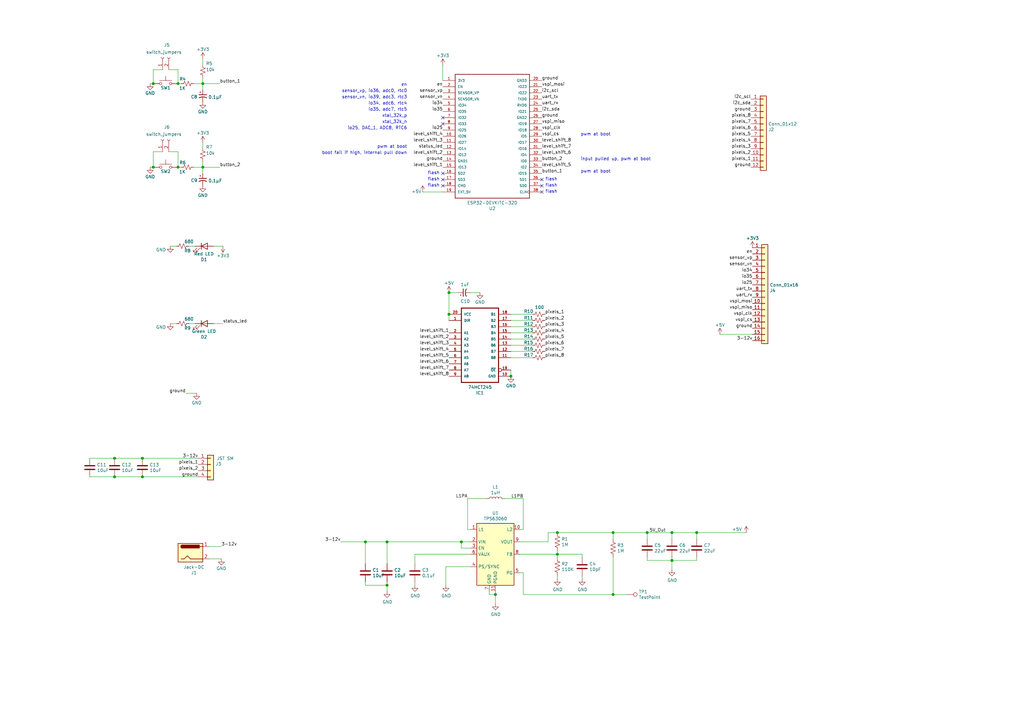
<source format=kicad_sch>
(kicad_sch (version 20201015) (generator eeschema)
  (page 1 1)
  (paper "A3")
  (lib_symbols
    (symbol "Connector:Conn_01x02_Female" (pin_names (offset 1.016) hide)
      (property "Reference" "J" (at 0 2.54 0))
      (property "Value" "Conn_01x02_Female" (at 0 -5.08 0))
      (symbol "Conn_01x02_Female_1_1"
        (pin passive line (at -5.08 0 0) (length 3.81) (name "Pin_1") (number "1"))
        (pin passive line (at -5.08 -2.54 0) (length 3.81) (name "Pin_2") (number "2"))
      )
    )
    (symbol "Connector:Jack-DC" (pin_names (offset 1.016))
      (property "Reference" "J" (at 0 5.334 0))
      (property "Value" "Jack-DC" (at 0 -5.08 0))
      (symbol "Jack-DC_1_1"
        (pin passive line (at 7.62 2.54 180) (length 2.54) (name "~") (number "1"))
        (pin passive line (at 7.62 -2.54 180) (length 2.54) (name "~") (number "2"))
      )
    )
    (symbol "Connector:TestPoint" (pin_numbers hide) (pin_names (offset 0.762) hide)
      (property "Reference" "TP" (at 0 6.858 0))
      (property "Value" "TestPoint" (at 0 5.08 0))
      (symbol "TestPoint_1_1"
        (pin passive line (at 0 0 90) (length 2.54) (name "1") (number "1"))
      )
    )
    (symbol "Connector_Generic:Conn_01x04" (pin_names (offset 1.016) hide)
      (property "Reference" "J" (at 0 5.08 0))
      (property "Value" "Conn_01x04" (at 0 -7.62 0))
      (symbol "Conn_01x04_1_1"
        (pin passive line (at -5.08 2.54 0) (length 3.81) (name "Pin_1") (number "1"))
        (pin passive line (at -5.08 0 0) (length 3.81) (name "Pin_2") (number "2"))
        (pin passive line (at -5.08 -2.54 0) (length 3.81) (name "Pin_3") (number "3"))
        (pin passive line (at -5.08 -5.08 0) (length 3.81) (name "Pin_4") (number "4"))
      )
    )
    (symbol "Connector_Generic:Conn_01x12" (pin_names (offset 1.016) hide)
      (property "Reference" "J" (at 0 15.24 0))
      (property "Value" "Conn_01x12" (at 0 -17.78 0))
      (symbol "Conn_01x12_1_1"
        (pin passive line (at -5.08 12.7 0) (length 3.81) (name "Pin_1") (number "1"))
        (pin passive line (at -5.08 -10.16 0) (length 3.81) (name "Pin_10") (number "10"))
        (pin passive line (at -5.08 -12.7 0) (length 3.81) (name "Pin_11") (number "11"))
        (pin passive line (at -5.08 -15.24 0) (length 3.81) (name "Pin_12") (number "12"))
        (pin passive line (at -5.08 10.16 0) (length 3.81) (name "Pin_2") (number "2"))
        (pin passive line (at -5.08 7.62 0) (length 3.81) (name "Pin_3") (number "3"))
        (pin passive line (at -5.08 5.08 0) (length 3.81) (name "Pin_4") (number "4"))
        (pin passive line (at -5.08 2.54 0) (length 3.81) (name "Pin_5") (number "5"))
        (pin passive line (at -5.08 0 0) (length 3.81) (name "Pin_6") (number "6"))
        (pin passive line (at -5.08 -2.54 0) (length 3.81) (name "Pin_7") (number "7"))
        (pin passive line (at -5.08 -5.08 0) (length 3.81) (name "Pin_8") (number "8"))
        (pin passive line (at -5.08 -7.62 0) (length 3.81) (name "Pin_9") (number "9"))
      )
    )
    (symbol "Connector_Generic:Conn_01x16" (pin_names (offset 1.016) hide)
      (property "Reference" "J" (at 0 20.32 0))
      (property "Value" "Conn_01x16" (at 0 -22.86 0))
      (symbol "Conn_01x16_1_1"
        (pin passive line (at -5.08 17.78 0) (length 3.81) (name "Pin_1") (number "1"))
        (pin passive line (at -5.08 -5.08 0) (length 3.81) (name "Pin_10") (number "10"))
        (pin passive line (at -5.08 -7.62 0) (length 3.81) (name "Pin_11") (number "11"))
        (pin passive line (at -5.08 -10.16 0) (length 3.81) (name "Pin_12") (number "12"))
        (pin passive line (at -5.08 -12.7 0) (length 3.81) (name "Pin_13") (number "13"))
        (pin passive line (at -5.08 -15.24 0) (length 3.81) (name "Pin_14") (number "14"))
        (pin passive line (at -5.08 -17.78 0) (length 3.81) (name "Pin_15") (number "15"))
        (pin passive line (at -5.08 -20.32 0) (length 3.81) (name "Pin_16") (number "16"))
        (pin passive line (at -5.08 15.24 0) (length 3.81) (name "Pin_2") (number "2"))
        (pin passive line (at -5.08 12.7 0) (length 3.81) (name "Pin_3") (number "3"))
        (pin passive line (at -5.08 10.16 0) (length 3.81) (name "Pin_4") (number "4"))
        (pin passive line (at -5.08 7.62 0) (length 3.81) (name "Pin_5") (number "5"))
        (pin passive line (at -5.08 5.08 0) (length 3.81) (name "Pin_6") (number "6"))
        (pin passive line (at -5.08 2.54 0) (length 3.81) (name "Pin_7") (number "7"))
        (pin passive line (at -5.08 0 0) (length 3.81) (name "Pin_8") (number "8"))
        (pin passive line (at -5.08 -2.54 0) (length 3.81) (name "Pin_9") (number "9"))
      )
    )
    (symbol "Device:C" (pin_numbers hide) (pin_names (offset 0.254))
      (property "Reference" "C" (at 0.635 2.54 0))
      (property "Value" "C" (at 0.635 -2.54 0))
      (symbol "C_1_1"
        (pin passive line (at 0 3.81 270) (length 2.794) (name "~") (number "1"))
        (pin passive line (at 0 -3.81 90) (length 2.794) (name "~") (number "2"))
      )
    )
    (symbol "Device:CP1_Small" (pin_numbers hide) (pin_names (offset 0.254) hide)
      (property "Reference" "C" (at 0.254 1.778 0))
      (property "Value" "CP1_Small" (at 0.254 -2.032 0))
      (symbol "CP1_Small_1_1"
        (pin passive line (at 0 2.54 270) (length 2.032) (name "~") (number "1"))
        (pin passive line (at 0 -2.54 90) (length 2.032) (name "~") (number "2"))
      )
    )
    (symbol "Device:L" (pin_numbers hide) (pin_names (offset 1.016) hide)
      (property "Reference" "L" (at -1.27 0 90))
      (property "Value" "L" (at 1.905 0 90))
      (symbol "L_1_1"
        (pin passive line (at 0 3.81 270) (length 1.27) (name "1") (number "1"))
        (pin passive line (at 0 -3.81 90) (length 1.27) (name "2") (number "2"))
      )
    )
    (symbol "Device:LED" (pin_numbers hide) (pin_names (offset 1.016) hide)
      (property "Reference" "D" (at 0 2.54 0))
      (property "Value" "LED" (at 0 -2.54 0))
      (symbol "LED_1_1"
        (pin passive line (at -3.81 0 0) (length 2.54) (name "K") (number "1"))
        (pin passive line (at 3.81 0 180) (length 2.54) (name "A") (number "2"))
      )
    )
    (symbol "Device:R_Small_US" (pin_numbers hide) (pin_names (offset 0.254) hide)
      (property "Reference" "R" (at 0.762 0.508 0))
      (property "Value" "R_Small_US" (at 0.762 -1.016 0))
      (symbol "R_Small_US_1_1"
        (pin passive line (at 0 2.54 270) (length 1.016) (name "~") (number "1"))
        (pin passive line (at 0 -2.54 90) (length 1.016) (name "~") (number "2"))
      )
    )
    (symbol "Device:R_US" (pin_numbers hide) (pin_names (offset 0))
      (property "Reference" "R" (at 2.54 0 90))
      (property "Value" "R_US" (at -2.54 0 90))
      (symbol "R_US_1_1"
        (pin passive line (at 0 3.81 270) (length 1.27) (name "~") (number "1"))
        (pin passive line (at 0 -3.81 90) (length 1.27) (name "~") (number "2"))
      )
    )
    (symbol "Regulator_Switching:TPS63060"
      (property "Reference" "U" (at -7.62 13.97 0))
      (property "Value" "TPS63060" (at 2.54 13.97 0))
      (symbol "TPS63060_1_1"
        (pin input line (at -10.16 10.16 0) (length 2.54) (name "L1") (number "1"))
        (pin input line (at 10.16 10.16 180) (length 2.54) (name "L2") (number "10"))
        (pin power_in line (at 0 -15.24 90) (length 2.54) (name "PGND") (number "11"))
        (pin power_in line (at -10.16 5.08 0) (length 2.54) (name "VIN") (number "2"))
        (pin input line (at -10.16 2.54 0) (length 2.54) (name "EN") (number "3"))
        (pin input line (at -10.16 -5.08 0) (length 2.54) (name "PS/SYNC") (number "4"))
        (pin output line (at 10.16 -7.62 180) (length 2.54) (name "PG") (number "5"))
        (pin passive line (at -10.16 0 0) (length 2.54) (name "VAUX") (number "6"))
        (pin power_in line (at -2.54 -15.24 90) (length 2.54) (name "GND") (number "7"))
        (pin input line (at 10.16 0 180) (length 2.54) (name "FB") (number "8"))
        (pin power_out line (at 10.16 5.08 180) (length 2.54) (name "VOUT") (number "9"))
      )
    )
    (symbol "Switch:SW_MEC_5G" (pin_numbers hide) (pin_names (offset 1.016) hide)
      (property "Reference" "SW" (at 1.27 2.54 0))
      (property "Value" "SW_MEC_5G" (at 0 -1.524 0))
      (symbol "SW_MEC_5G_0_1"
        (pin passive line (at -5.08 0 0) (length 2.54) (name "A") (number "1"))
        (pin passive line (at 5.08 0 180) (length 2.54) (name "B") (number "3"))
      )
      (symbol "SW_MEC_5G_1_1"
        (pin passive line (at -5.08 0 0) (length 2.54) hide (name "A") (number "2"))
        (pin passive line (at 5.08 0 180) (length 2.54) hide (name "B") (number "4"))
      )
    )
    (symbol "power:+3.3V" (power) (pin_names (offset 0))
      (property "Value" "+3.3V" (at 0 3.556 0))
      (symbol "+3.3V_1_1"
        (pin power_in line (at 0 0 90) (length 0) hide (name "+3V3") (number "1"))
      )
    )
    (symbol "power:+5V" (power) (pin_names (offset 0))
      (property "Value" "+5V" (at 0 3.556 0))
      (symbol "+5V_1_1"
        (pin power_in line (at 0 0 90) (length 0) hide (name "+5V") (number "1"))
      )
    )
    (symbol "power:GND" (power) (pin_names (offset 0))
      (property "Value" "GND" (at 0 -3.81 0))
      (symbol "GND_1_1"
        (pin power_in line (at 0 0 270) (length 0) hide (name "GND") (number "1"))
      )
    )
    (symbol "signal-board-rescue:74HCT245-74HCT245-signal-board-rescue" (pin_names (offset 1.016))
      (property "Reference" "IC" (at -7.62 15.748 0))
      (property "Value" "74HCT245-74HCT245-signal-board-rescue" (at -7.62 -17.78 0))
      (symbol "74HCT245-74HCT245-signal-board-rescue_0_0"
        (pin input line (at -12.7 10.16 0) (length 5.08) (name "DIR") (number "1"))
        (pin power_in line (at 12.7 -12.7 180) (length 5.08) (name "GND") (number "10"))
        (pin bidirectional line (at 12.7 -5.08 180) (length 5.08) (name "B8") (number "11"))
        (pin bidirectional line (at 12.7 -2.54 180) (length 5.08) (name "B7") (number "12"))
        (pin bidirectional line (at 12.7 0 180) (length 5.08) (name "B6") (number "13"))
        (pin bidirectional line (at 12.7 2.54 180) (length 5.08) (name "B5") (number "14"))
        (pin bidirectional line (at 12.7 5.08 180) (length 5.08) (name "B4") (number "15"))
        (pin bidirectional line (at 12.7 7.62 180) (length 5.08) (name "B3") (number "16"))
        (pin bidirectional line (at 12.7 10.16 180) (length 5.08) (name "B2") (number "17"))
        (pin bidirectional line (at 12.7 12.7 180) (length 5.08) (name "B1") (number "18"))
        (pin input inverted (at 12.7 -10.16 180) (length 5.08) (name "~OE~") (number "19"))
        (pin bidirectional line (at -12.7 5.08 0) (length 5.08) (name "A1") (number "2"))
        (pin power_in line (at -12.7 12.7 0) (length 5.08) (name "VCC") (number "20"))
        (pin bidirectional line (at -12.7 2.54 0) (length 5.08) (name "A2") (number "3"))
        (pin bidirectional line (at -12.7 0 0) (length 5.08) (name "A3") (number "4"))
        (pin bidirectional line (at -12.7 -2.54 0) (length 5.08) (name "A4") (number "5"))
        (pin bidirectional line (at -12.7 -5.08 0) (length 5.08) (name "A5") (number "6"))
        (pin bidirectional line (at -12.7 -7.62 0) (length 5.08) (name "A6") (number "7"))
        (pin bidirectional line (at -12.7 -10.16 0) (length 5.08) (name "A7") (number "8"))
        (pin bidirectional line (at -12.7 -12.7 0) (length 5.08) (name "A8") (number "9"))
      )
    )
    (symbol "signal-board-rescue:ESP32-DEVKITC-32D-ESP32-DEVKITC-32D" (pin_names (offset 1.016))
      (property "Reference" "U" (at -15.2654 26.0604 0))
      (property "Value" "ESP32-DEVKITC-32D-ESP32-DEVKITC-32D" (at -15.2654 -27.9654 0))
      (symbol "ESP32-DEVKITC-32D-ESP32-DEVKITC-32D_0_0"
        (pin power_in line (at -20.32 22.86 0) (length 5.08) (name "3V3") (number "1"))
        (pin bidirectional line (at -20.32 0 0) (length 5.08) (name "IO26") (number "10"))
        (pin bidirectional line (at -20.32 -2.54 0) (length 5.08) (name "IO27") (number "11"))
        (pin bidirectional line (at -20.32 -5.08 0) (length 5.08) (name "IO14") (number "12"))
        (pin bidirectional line (at -20.32 -7.62 0) (length 5.08) (name "IO12") (number "13"))
        (pin power_in line (at -20.32 -10.16 0) (length 5.08) (name "GND1") (number "14"))
        (pin bidirectional line (at -20.32 -12.7 0) (length 5.08) (name "IO13") (number "15"))
        (pin bidirectional line (at -20.32 -15.24 0) (length 5.08) (name "SD2") (number "16"))
        (pin bidirectional line (at -20.32 -17.78 0) (length 5.08) (name "SD3") (number "17"))
        (pin bidirectional line (at -20.32 -20.32 0) (length 5.08) (name "CMD") (number "18"))
        (pin power_in line (at -20.32 -22.86 0) (length 5.08) (name "EXT_5V") (number "19"))
        (pin input line (at -20.32 20.32 0) (length 5.08) (name "EN") (number "2"))
        (pin power_in line (at 20.32 22.86 180) (length 5.08) (name "GND3") (number "20"))
        (pin bidirectional line (at 20.32 20.32 180) (length 5.08) (name "IO23") (number "21"))
        (pin bidirectional line (at 20.32 17.78 180) (length 5.08) (name "IO22") (number "22"))
        (pin output line (at 20.32 15.24 180) (length 5.08) (name "TXD0") (number "23"))
        (pin input line (at 20.32 12.7 180) (length 5.08) (name "RXD0") (number "24"))
        (pin bidirectional line (at 20.32 10.16 180) (length 5.08) (name "IO21") (number "25"))
        (pin power_in line (at 20.32 7.62 180) (length 5.08) (name "GND2") (number "26"))
        (pin bidirectional line (at 20.32 5.08 180) (length 5.08) (name "IO19") (number "27"))
        (pin bidirectional line (at 20.32 2.54 180) (length 5.08) (name "IO18") (number "28"))
        (pin bidirectional line (at 20.32 0 180) (length 5.08) (name "IO5") (number "29"))
        (pin input line (at -20.32 17.78 0) (length 5.08) (name "SENSOR_VP") (number "3"))
        (pin bidirectional line (at 20.32 -2.54 180) (length 5.08) (name "IO17") (number "30"))
        (pin bidirectional line (at 20.32 -5.08 180) (length 5.08) (name "IO16") (number "31"))
        (pin bidirectional line (at 20.32 -7.62 180) (length 5.08) (name "IO4") (number "32"))
        (pin bidirectional line (at 20.32 -10.16 180) (length 5.08) (name "IO0") (number "33"))
        (pin bidirectional line (at 20.32 -12.7 180) (length 5.08) (name "IO2") (number "34"))
        (pin bidirectional line (at 20.32 -15.24 180) (length 5.08) (name "IO15") (number "35"))
        (pin bidirectional line (at 20.32 -17.78 180) (length 5.08) (name "SD1") (number "36"))
        (pin bidirectional line (at 20.32 -20.32 180) (length 5.08) (name "SD0") (number "37"))
        (pin input clock (at 20.32 -22.86 180) (length 5.08) (name "CLK") (number "38"))
        (pin input line (at -20.32 15.24 0) (length 5.08) (name "SENSOR_VN") (number "4"))
        (pin bidirectional line (at -20.32 12.7 0) (length 5.08) (name "IO34") (number "5"))
        (pin bidirectional line (at -20.32 10.16 0) (length 5.08) (name "IO35") (number "6"))
        (pin bidirectional line (at -20.32 7.62 0) (length 5.08) (name "IO32") (number "7"))
        (pin bidirectional line (at -20.32 5.08 0) (length 5.08) (name "IO33") (number "8"))
        (pin bidirectional line (at -20.32 2.54 0) (length 5.08) (name "IO25") (number "9"))
      )
    )
  )
  (junction (at 46.99 187.96) (diameter 1.016))
  (junction (at 46.99 195.58) (diameter 1.016))
  (junction (at 58.42 187.96) (diameter 1.016))
  (junction (at 58.42 195.58) (diameter 1.016))
  (junction (at 62.865 34.29) (diameter 1.016))
  (junction (at 62.865 68.58) (diameter 1.016))
  (junction (at 73.025 34.29) (diameter 1.016))
  (junction (at 73.025 68.58) (diameter 1.016))
  (junction (at 83.185 34.29) (diameter 1.016))
  (junction (at 83.185 68.58) (diameter 1.016))
  (junction (at 149.86 222.25) (diameter 1.016))
  (junction (at 158.75 222.25) (diameter 1.016))
  (junction (at 158.75 240.03) (diameter 1.016))
  (junction (at 184.15 120.015) (diameter 1.016))
  (junction (at 184.15 128.905) (diameter 1.016))
  (junction (at 189.23 222.25) (diameter 1.016))
  (junction (at 203.2 243.84) (diameter 1.016))
  (junction (at 209.55 154.305) (diameter 1.016))
  (junction (at 228.6 218.44) (diameter 1.016))
  (junction (at 228.6 227.33) (diameter 1.016))
  (junction (at 251.46 218.44) (diameter 1.016))
  (junction (at 251.46 243.84) (diameter 1.016))
  (junction (at 265.43 218.44) (diameter 1.016))
  (junction (at 275.59 218.44) (diameter 1.016))
  (junction (at 275.59 229.87) (diameter 1.016))
  (junction (at 285.75 218.44) (diameter 1.016))
  (no_connect (at 181.61 48.26))
  (no_connect (at 181.61 76.2))
  (no_connect (at 222.25 76.2))
  (no_connect (at 181.61 73.66))
  (no_connect (at 181.61 71.12))
  (no_connect (at 222.25 78.74))
  (no_connect (at 181.61 50.8))
  (no_connect (at 222.25 73.66))
  (wire (pts (xy 36.83 187.96) (xy 46.99 187.96)))
  (wire (pts (xy 36.83 195.58) (xy 46.99 195.58)))
  (wire (pts (xy 46.99 187.96) (xy 58.42 187.96)))
  (wire (pts (xy 46.99 195.58) (xy 58.42 195.58)))
  (wire (pts (xy 58.42 187.96) (xy 81.28 187.96)))
  (wire (pts (xy 58.42 195.58) (xy 81.28 195.58)))
  (wire (pts (xy 61.595 34.29) (xy 62.865 34.29)))
  (wire (pts (xy 61.595 68.58) (xy 62.865 68.58)))
  (wire (pts (xy 62.865 28.575) (xy 66.675 28.575)))
  (wire (pts (xy 62.865 34.29) (xy 62.865 28.575)))
  (wire (pts (xy 62.865 62.23) (xy 66.675 62.23)))
  (wire (pts (xy 62.865 68.58) (xy 62.865 62.23)))
  (wire (pts (xy 69.215 28.575) (xy 73.025 28.575)))
  (wire (pts (xy 69.215 62.23) (xy 73.025 62.23)))
  (wire (pts (xy 69.85 100.965) (xy 72.39 100.965)))
  (wire (pts (xy 69.85 132.715) (xy 72.39 132.715)))
  (wire (pts (xy 73.025 28.575) (xy 73.025 34.29)))
  (wire (pts (xy 73.025 34.29) (xy 74.295 34.29)))
  (wire (pts (xy 73.025 62.23) (xy 73.025 68.58)))
  (wire (pts (xy 73.025 68.58) (xy 74.295 68.58)))
  (wire (pts (xy 76.2 161.29) (xy 80.645 161.29)))
  (wire (pts (xy 77.47 100.965) (xy 80.01 100.965)))
  (wire (pts (xy 77.47 132.715) (xy 80.01 132.715)))
  (wire (pts (xy 79.375 34.29) (xy 83.185 34.29)))
  (wire (pts (xy 79.375 68.58) (xy 83.185 68.58)))
  (wire (pts (xy 83.185 24.13) (xy 83.185 26.67)))
  (wire (pts (xy 83.185 31.75) (xy 83.185 34.29)))
  (wire (pts (xy 83.185 34.29) (xy 83.185 36.83)))
  (wire (pts (xy 83.185 34.29) (xy 90.17 34.29)))
  (wire (pts (xy 83.185 58.42) (xy 83.185 60.96)))
  (wire (pts (xy 83.185 66.04) (xy 83.185 68.58)))
  (wire (pts (xy 83.185 68.58) (xy 83.185 71.12)))
  (wire (pts (xy 83.185 68.58) (xy 90.17 68.58)))
  (wire (pts (xy 85.725 224.155) (xy 90.805 224.155)))
  (wire (pts (xy 85.725 229.235) (xy 90.805 229.235)))
  (wire (pts (xy 87.63 100.965) (xy 91.44 100.965)))
  (wire (pts (xy 87.63 132.715) (xy 91.44 132.715)))
  (wire (pts (xy 139.7 222.25) (xy 149.86 222.25)))
  (wire (pts (xy 149.86 222.25) (xy 149.86 231.14)))
  (wire (pts (xy 149.86 238.76) (xy 149.86 240.03)))
  (wire (pts (xy 149.86 240.03) (xy 158.75 240.03)))
  (wire (pts (xy 158.75 222.25) (xy 149.86 222.25)))
  (wire (pts (xy 158.75 222.25) (xy 158.75 231.14)))
  (wire (pts (xy 158.75 238.76) (xy 158.75 240.03)))
  (wire (pts (xy 158.75 240.03) (xy 158.75 242.57)))
  (wire (pts (xy 170.18 227.33) (xy 170.18 231.14)))
  (wire (pts (xy 170.18 238.76) (xy 170.18 240.03)))
  (wire (pts (xy 173.355 78.74) (xy 181.61 78.74)))
  (wire (pts (xy 181.61 26.67) (xy 181.61 33.02)))
  (wire (pts (xy 182.88 232.41) (xy 182.88 240.03)))
  (wire (pts (xy 184.15 120.015) (xy 184.15 128.905)))
  (wire (pts (xy 184.15 120.015) (xy 187.96 120.015)))
  (wire (pts (xy 184.15 128.905) (xy 184.15 131.445)))
  (wire (pts (xy 189.23 222.25) (xy 158.75 222.25)))
  (wire (pts (xy 189.23 224.79) (xy 189.23 222.25)))
  (wire (pts (xy 191.77 204.47) (xy 191.77 217.17)))
  (wire (pts (xy 191.77 217.17) (xy 193.04 217.17)))
  (wire (pts (xy 193.04 120.015) (xy 196.85 120.015)))
  (wire (pts (xy 193.04 222.25) (xy 189.23 222.25)))
  (wire (pts (xy 193.04 224.79) (xy 189.23 224.79)))
  (wire (pts (xy 193.04 227.33) (xy 170.18 227.33)))
  (wire (pts (xy 193.04 232.41) (xy 182.88 232.41)))
  (wire (pts (xy 199.39 204.47) (xy 191.77 204.47)))
  (wire (pts (xy 200.66 242.57) (xy 200.66 243.84)))
  (wire (pts (xy 200.66 243.84) (xy 203.2 243.84)))
  (wire (pts (xy 203.2 242.57) (xy 203.2 243.84)))
  (wire (pts (xy 203.2 243.84) (xy 203.2 247.65)))
  (wire (pts (xy 207.01 204.47) (xy 214.63 204.47)))
  (wire (pts (xy 209.55 128.905) (xy 218.44 128.905)))
  (wire (pts (xy 209.55 131.445) (xy 218.44 131.445)))
  (wire (pts (xy 209.55 133.985) (xy 218.44 133.985)))
  (wire (pts (xy 209.55 136.525) (xy 218.44 136.525)))
  (wire (pts (xy 209.55 139.065) (xy 218.44 139.065)))
  (wire (pts (xy 209.55 141.605) (xy 218.44 141.605)))
  (wire (pts (xy 209.55 144.145) (xy 218.44 144.145)))
  (wire (pts (xy 209.55 146.685) (xy 218.44 146.685)))
  (wire (pts (xy 209.55 151.765) (xy 209.55 154.305)))
  (wire (pts (xy 213.36 217.17) (xy 214.63 217.17)))
  (wire (pts (xy 213.36 222.25) (xy 224.79 222.25)))
  (wire (pts (xy 213.36 227.33) (xy 228.6 227.33)))
  (wire (pts (xy 214.63 217.17) (xy 214.63 204.47)))
  (wire (pts (xy 214.63 234.95) (xy 213.36 234.95)))
  (wire (pts (xy 214.63 243.84) (xy 214.63 234.95)))
  (wire (pts (xy 224.79 218.44) (xy 228.6 218.44)))
  (wire (pts (xy 224.79 222.25) (xy 224.79 218.44)))
  (wire (pts (xy 228.6 218.44) (xy 251.46 218.44)))
  (wire (pts (xy 228.6 226.06) (xy 228.6 227.33)))
  (wire (pts (xy 228.6 227.33) (xy 228.6 228.6)))
  (wire (pts (xy 228.6 227.33) (xy 238.76 227.33)))
  (wire (pts (xy 228.6 236.22) (xy 228.6 237.49)))
  (wire (pts (xy 238.76 227.33) (xy 238.76 228.6)))
  (wire (pts (xy 238.76 236.22) (xy 238.76 237.49)))
  (wire (pts (xy 251.46 218.44) (xy 251.46 220.98)))
  (wire (pts (xy 251.46 218.44) (xy 265.43 218.44)))
  (wire (pts (xy 251.46 228.6) (xy 251.46 243.84)))
  (wire (pts (xy 251.46 243.84) (xy 214.63 243.84)))
  (wire (pts (xy 251.46 243.84) (xy 257.2512 243.84)))
  (wire (pts (xy 265.43 218.44) (xy 275.59 218.44)))
  (wire (pts (xy 265.43 220.98) (xy 265.43 218.44)))
  (wire (pts (xy 265.43 229.87) (xy 265.43 228.6)))
  (wire (pts (xy 275.59 218.44) (xy 275.59 220.98)))
  (wire (pts (xy 275.59 218.44) (xy 285.75 218.44)))
  (wire (pts (xy 275.59 228.6) (xy 275.59 229.87)))
  (wire (pts (xy 275.59 229.87) (xy 265.43 229.87)))
  (wire (pts (xy 275.59 229.87) (xy 275.59 233.68)))
  (wire (pts (xy 285.75 218.44) (xy 285.75 220.98)))
  (wire (pts (xy 285.75 218.44) (xy 306.07 218.44)))
  (wire (pts (xy 285.75 228.6) (xy 285.75 229.87)))
  (wire (pts (xy 285.75 229.87) (xy 275.59 229.87)))
  (wire (pts (xy 295.275 137.16) (xy 308.61 137.16)))
  (text "en" (at 167.005 35.56 180) (effects (font (size 1.27 1.27)) (justify right bottom)))
  (text "sensor_vp, io36, adc0, rtc0" (at 167.005 38.1 180) (effects (font (size 1.27 1.27)) (justify right bottom)))
  (text "sensor_vn, io39, adc3, rtc3" (at 167.005 40.64 180) (effects (font (size 1.27 1.27)) (justify right bottom)))
  (text "io34, adc6, rtc4" (at 167.005 43.18 180) (effects (font (size 1.27 1.27)) (justify right bottom)))
  (text "io35, adc7, rtc5" (at 167.005 45.72 180) (effects (font (size 1.27 1.27)) (justify right bottom)))
  (text "xtal_32k_p" (at 167.005 48.26 180) (effects (font (size 1.27 1.27)) (justify right bottom)))
  (text "xtal_32k_n" (at 167.005 50.8 180) (effects (font (size 1.27 1.27)) (justify right bottom)))
  (text "io25, DAC_1, ADC8, RTC6" (at 167.005 53.34 180) (effects (font (size 1.27 1.27)) (justify right bottom)))
  (text "pwm at boot" (at 167.005 60.96 180) (effects (font (size 1.27 1.27)) (justify right bottom)))
  (text "boot fail if high, internal pull down" (at 167.005 63.5 180) (effects (font (size 1.27 1.27)) (justify right bottom)))
  (text "flash\n" (at 180.34 71.755 180) (effects (font (size 1.27 1.27)) (justify right bottom)))
  (text "flash\n" (at 180.34 74.295 180) (effects (font (size 1.27 1.27)) (justify right bottom)))
  (text "flash\n" (at 180.34 76.835 180) (effects (font (size 1.27 1.27)) (justify right bottom)))
  (text "flash\n" (at 228.6 74.295 180) (effects (font (size 1.27 1.27)) (justify right bottom)))
  (text "flash\n" (at 228.6 76.835 180) (effects (font (size 1.27 1.27)) (justify right bottom)))
  (text "flash\n" (at 228.6 79.375 180) (effects (font (size 1.27 1.27)) (justify right bottom)))
  (text "pwm at boot" (at 238.125 55.88 0) (effects (font (size 1.27 1.27)) (justify left bottom)))
  (text "input pulled up, pwm at boot" (at 238.125 66.04 0) (effects (font (size 1.27 1.27)) (justify left bottom)))
  (text "pwm at boot" (at 238.125 71.12 0) (effects (font (size 1.27 1.27)) (justify left bottom)))
  (label "ground" (at 76.2 161.29 180))
  (label "3-12v" (at 81.28 187.96 180))
  (label "pixels_1" (at 81.28 190.5 180))
  (label "pixels_2" (at 81.28 193.04 180))
  (label "ground" (at 81.28 195.58 180))
  (label "button_1" (at 90.17 34.29 0))
  (label "button_2" (at 90.17 68.58 0))
  (label "3-12v" (at 90.805 224.155 0))
  (label "status_led" (at 91.44 132.715 0))
  (label "3-12v" (at 139.7 222.25 180))
  (label "en" (at 181.61 35.56 180))
  (label "sensor_vp" (at 181.61 38.1 180))
  (label "sensor_vn" (at 181.61 40.64 180))
  (label "io34" (at 181.61 43.18 180))
  (label "io35" (at 181.61 45.72 180))
  (label "io25" (at 181.61 53.34 180))
  (label "level_shift_4" (at 181.61 55.88 180))
  (label "level_shift_3" (at 181.61 58.42 180))
  (label "status_led" (at 181.61 60.96 180))
  (label "level_shift_2" (at 181.61 63.5 180))
  (label "ground" (at 181.61 66.04 180))
  (label "level_shift_1" (at 181.61 68.58 180))
  (label "level_shift_1" (at 184.15 136.525 180))
  (label "level_shift_2" (at 184.15 139.065 180))
  (label "level_shift_3" (at 184.15 141.605 180))
  (label "level_shift_4" (at 184.15 144.145 180))
  (label "level_shift_5" (at 184.15 146.685 180))
  (label "level_shift_6" (at 184.15 149.225 180))
  (label "level_shift_7" (at 184.15 151.765 180))
  (label "level_shift_8" (at 184.15 154.305 180))
  (label "L1PA" (at 191.77 204.47 180))
  (label "L1PB" (at 214.63 204.47 180))
  (label "ground" (at 222.25 33.02 0))
  (label "vspi_mosi" (at 222.25 35.56 0))
  (label "i2c_scl" (at 222.25 38.1 0))
  (label "uart_tx" (at 222.25 40.64 0))
  (label "uart_rx" (at 222.25 43.18 0))
  (label "i2c_sda" (at 222.25 45.72 0))
  (label "ground" (at 222.25 48.26 0))
  (label "vspi_miso" (at 222.25 50.8 0))
  (label "vspi_clk" (at 222.25 53.34 0))
  (label "vspi_cs" (at 222.25 55.88 0))
  (label "level_shift_8" (at 222.25 58.42 0))
  (label "level_shift_7" (at 222.25 60.96 0))
  (label "level_shift_6" (at 222.25 63.5 0))
  (label "button_2" (at 222.25 66.04 0))
  (label "level_shift_5" (at 222.25 68.58 0))
  (label "button_1" (at 222.25 71.12 0))
  (label "pixels_1" (at 223.52 128.905 0))
  (label "pixels_2" (at 223.52 131.445 0))
  (label "pixels_3" (at 223.52 133.985 0))
  (label "pixels_4" (at 223.52 136.525 0))
  (label "pixels_5" (at 223.52 139.065 0))
  (label "pixels_6" (at 223.52 141.605 0))
  (label "pixels_7" (at 223.52 144.145 0))
  (label "pixels_8" (at 223.52 146.685 0))
  (label "5V_Out" (at 273.05 218.44 180))
  (label "i2c_scl" (at 307.975 40.64 180))
  (label "i2c_sda" (at 307.975 43.18 180))
  (label "ground" (at 307.975 45.72 180))
  (label "pixels_8" (at 307.975 48.26 180))
  (label "pixels_7" (at 307.975 50.8 180))
  (label "pixels_6" (at 307.975 53.34 180))
  (label "pixels_5" (at 307.975 55.88 180))
  (label "pixels_4" (at 307.975 58.42 180))
  (label "pixels_3" (at 307.975 60.96 180))
  (label "pixels_2" (at 307.975 63.5 180))
  (label "pixels_1" (at 307.975 66.04 180))
  (label "ground" (at 307.975 68.58 180))
  (label "en" (at 308.61 104.14 180))
  (label "sensor_vp" (at 308.61 106.68 180))
  (label "sensor_vn" (at 308.61 109.22 180))
  (label "io34" (at 308.61 111.76 180))
  (label "io35" (at 308.61 114.3 180))
  (label "io25" (at 308.61 116.84 180))
  (label "uart_tx" (at 308.61 119.38 180))
  (label "uart_rx" (at 308.61 121.92 180))
  (label "vspi_mosi" (at 308.61 124.46 180))
  (label "vspi_miso" (at 308.61 127 180))
  (label "vspi_clk" (at 308.61 129.54 180))
  (label "vspi_cs" (at 308.61 132.08 180))
  (label "ground" (at 308.61 134.62 180))
  (label "3-12v" (at 308.61 139.7 180))
  (symbol (lib_id "Connector:TestPoint") (at 257.2512 243.84 270) (unit 1)
    (property "Reference" "TP1" (at 261.9502 242.697 90) (effects (justify left)))
    (property "Value" "TestPoint" (at 261.9502 244.983 90) (effects (justify left)))
    (property "Footprint" "TestPoint:TestPoint_Pad_D1.0mm" (effects hide))
  )
  (symbol (lib_id "power:+3.3V") (at 83.185 24.13 0) (unit 1)
    (property "Reference" "#PWR0102" (effects hide))
    (property "Value" "+3.3V" (at 83.185 20.2438 0))
  )
  (symbol (lib_id "power:+3.3V") (at 83.185 58.42 0) (unit 1)
    (property "Reference" "#PWR0103" (effects hide))
    (property "Value" "+3.3V" (at 83.185 54.5338 0))
  )
  (symbol (lib_id "power:+3.3V") (at 91.44 100.965 180) (unit 1)
    (property "Reference" "#PWR03" (effects hide))
    (property "Value" "+3.3V" (at 91.44 104.8512 0))
  )
  (symbol (lib_id "power:+5V") (at 173.355 78.74 0) (unit 1)
    (property "Reference" "#PWR017" (effects hide))
    (property "Value" "+5V" (at 170.815 78.5368 0))
  )
  (symbol (lib_id "power:+3.3V") (at 181.61 26.67 0) (unit 1)
    (property "Reference" "#PWR019" (effects hide))
    (property "Value" "+3.3V" (at 181.61 22.7838 0))
  )
  (symbol (lib_id "power:+5V") (at 184.15 120.015 0) (unit 1)
    (property "Reference" "#PWR028" (effects hide))
    (property "Value" "+5V" (at 184.15 116.1034 0))
  )
  (symbol (lib_id "power:+5V") (at 295.275 137.16 0) (unit 1)
    (property "Reference" "#PWR0105" (effects hide))
    (property "Value" "+5V" (at 295.275 133.2484 0))
  )
  (symbol (lib_id "power:+5V") (at 306.07 218.44 0) (unit 1)
    (property "Reference" "#PWR035" (effects hide))
    (property "Value" "+5V" (at 302.26 217.0684 0))
  )
  (symbol (lib_id "power:+3.3V") (at 308.61 101.6 0) (unit 1)
    (property "Reference" "#PWR0101" (effects hide))
    (property "Value" "+3.3V" (at 308.61 97.7138 0))
  )
  (symbol (lib_id "Device:L") (at 203.2 204.47 90) (unit 1)
    (property "Reference" "L1" (at 203.2 199.7456 90))
    (property "Value" "1uH" (at 203.2 202.057 90))
    (property "Footprint" "Inductor_SMD:L_Taiyo-Yuden_NR-40xx_HandSoldering" (effects hide))
    (property "Supplier" "DigiKey" (effects hide))
    (property "DigiKeyPN" "587-2888-1-ND" (effects hide))
    (property "DigiKey100" "0.179" (effects hide))
    (property "Mouser100" "0.171" (effects hide))
    (property "MouserPN" "963-NRS4018T1R0NDGJ" (effects hide))
  )
  (symbol (lib_id "power:GND") (at 61.595 34.29 0) (unit 1)
    (property "Reference" "#PWR06" (effects hide))
    (property "Value" "GND" (at 61.595 38.2016 0))
  )
  (symbol (lib_id "power:GND") (at 61.595 68.58 0) (unit 1)
    (property "Reference" "#PWR05" (effects hide))
    (property "Value" "GND" (at 61.595 72.4916 0))
  )
  (symbol (lib_id "power:GND") (at 69.85 100.965 0) (unit 1)
    (property "Reference" "#PWR01" (effects hide))
    (property "Value" "GND" (at 66.04 102.4382 0))
  )
  (symbol (lib_id "power:GND") (at 69.85 132.715 0) (unit 1)
    (property "Reference" "#PWR0104" (effects hide))
    (property "Value" "GND" (at 66.04 134.1882 0))
  )
  (symbol (lib_id "power:GND") (at 80.645 161.29 0) (unit 1)
    (property "Reference" "#PWR027" (effects hide))
    (property "Value" "GND" (at 80.645 165.2016 0))
  )
  (symbol (lib_id "power:GND") (at 83.185 41.91 0) (unit 1)
    (property "Reference" "#PWR014" (effects hide))
    (property "Value" "GND" (at 83.185 45.8216 0))
  )
  (symbol (lib_id "power:GND") (at 83.185 76.2 0) (unit 1)
    (property "Reference" "#PWR011" (effects hide))
    (property "Value" "GND" (at 83.185 80.1116 0))
  )
  (symbol (lib_id "power:GND") (at 90.805 229.235 0) (unit 1)
    (property "Reference" "#PWR02" (effects hide))
    (property "Value" "GND" (at 90.805 233.1466 0))
  )
  (symbol (lib_id "power:GND") (at 158.75 242.57 0) (unit 1)
    (property "Reference" "#PWR08" (effects hide))
    (property "Value" "GND" (at 158.877 246.888 0))
  )
  (symbol (lib_id "power:GND") (at 170.18 240.03 0) (unit 1)
    (property "Reference" "#PWR012" (effects hide))
    (property "Value" "GND" (at 170.307 244.348 0))
  )
  (symbol (lib_id "power:GND") (at 182.88 240.03 0) (unit 1)
    (property "Reference" "#PWR016" (effects hide))
    (property "Value" "GND" (at 183.007 244.348 0))
  )
  (symbol (lib_id "power:GND") (at 196.85 120.015 0) (unit 1)
    (property "Reference" "#PWR032" (effects hide))
    (property "Value" "GND" (at 196.85 123.9266 0))
  )
  (symbol (lib_id "power:GND") (at 203.2 247.65 0) (unit 1)
    (property "Reference" "#PWR020" (effects hide))
    (property "Value" "GND" (at 203.327 251.968 0))
  )
  (symbol (lib_id "power:GND") (at 209.55 154.305 0) (unit 1)
    (property "Reference" "#PWR034" (effects hide))
    (property "Value" "GND" (at 209.55 158.2166 0))
  )
  (symbol (lib_id "power:GND") (at 228.6 237.49 0) (unit 1)
    (property "Reference" "#PWR021" (effects hide))
    (property "Value" "GND" (at 228.727 241.808 0))
  )
  (symbol (lib_id "power:GND") (at 238.76 237.49 0) (unit 1)
    (property "Reference" "#PWR022" (effects hide))
    (property "Value" "GND" (at 238.887 241.808 0))
  )
  (symbol (lib_id "power:GND") (at 275.59 233.68 0) (unit 1)
    (property "Reference" "#PWR033" (effects hide))
    (property "Value" "GND" (at 275.717 237.998 0))
  )
  (symbol (lib_id "Device:R_Small_US") (at 74.93 100.965 270) (unit 1)
    (property "Reference" "R8" (at 75.5396 102.8446 90) (effects (justify left)))
    (property "Value" "680" (at 75.5904 99.0854 90) (effects (justify left)))
    (property "Footprint" "Resistor_SMD:R_0402_1005Metric" (effects hide))
    (property "Supplier" "Digikey" (effects hide))
    (property "Supplier Part" "311-1.00KCRCT-ND" (effects hide))
    (property "LCSC" "C25130" (effects hide))
  )
  (symbol (lib_id "Device:R_Small_US") (at 74.93 132.715 270) (unit 1)
    (property "Reference" "R9" (at 75.5396 134.5946 90) (effects (justify left)))
    (property "Value" "680" (at 75.5904 130.8354 90) (effects (justify left)))
    (property "Footprint" "Resistor_SMD:R_0402_1005Metric" (effects hide))
    (property "Supplier" "Digikey" (effects hide))
    (property "Supplier Part" "311-1.00KCRCT-ND" (effects hide))
    (property "LCSC" "C25130" (effects hide))
  )
  (symbol (lib_id "Device:R_Small_US") (at 76.835 34.29 90) (unit 1)
    (property "Reference" "R4" (at 76.2254 32.4104 90) (effects (justify left)))
    (property "Value" "1K" (at 76.1746 36.1696 90) (effects (justify left)))
    (property "Footprint" "Resistor_SMD:R_0402_1005Metric" (effects hide))
    (property "LCSC" "C11702" (effects hide))
  )
  (symbol (lib_id "Device:R_Small_US") (at 76.835 68.58 90) (unit 1)
    (property "Reference" "R6" (at 76.2254 66.7004 90) (effects (justify left)))
    (property "Value" "1K" (at 76.1746 70.4596 90) (effects (justify left)))
    (property "Footprint" "Resistor_SMD:R_0402_1005Metric" (effects hide))
    (property "LCSC" "C11702" (effects hide))
  )
  (symbol (lib_id "Device:R_Small_US") (at 83.185 29.21 0) (unit 1)
    (property "Reference" "R5" (at 84.455 26.0604 0) (effects (justify left)))
    (property "Value" "10k" (at 84.455 28.5496 0) (effects (justify left)))
    (property "Footprint" "Resistor_SMD:R_0402_1005Metric" (effects hide))
    (property "Supplier" "Digikey" (effects hide))
    (property "Supplier Part" "311-10.0KCRCT-ND" (effects hide))
    (property "LCSC" "C25744" (effects hide))
  )
  (symbol (lib_id "Device:R_Small_US") (at 83.185 63.5 0) (unit 1)
    (property "Reference" "R7" (at 84.455 60.3504 0) (effects (justify left)))
    (property "Value" "10k" (at 84.455 62.8396 0) (effects (justify left)))
    (property "Footprint" "Resistor_SMD:R_0402_1005Metric" (effects hide))
    (property "Supplier" "Digikey" (effects hide))
    (property "Supplier Part" "311-10.0KCRCT-ND" (effects hide))
    (property "LCSC" "C25744" (effects hide))
  )
  (symbol (lib_id "Device:R_Small_US") (at 220.98 128.905 90) (unit 1)
    (property "Reference" "R10" (at 218.7702 127.6858 90) (effects (justify left)))
    (property "Value" "100" (at 223.1898 126.0348 90) (effects (justify left)))
    (property "Footprint" "Resistor_SMD:R_0805_2012Metric_Pad1.15x1.40mm_HandSolder" (effects hide))
    (property "Supplier" "Digikey" (effects hide))
    (property "Supplier Part" "RC0805FR-07100RL" (effects hide))
    (property "LCSC" "C17408" (effects hide))
  )
  (symbol (lib_id "Device:R_Small_US") (at 220.98 131.445 90) (unit 1)
    (property "Reference" "R11" (at 218.7448 130.3528 90) (effects (justify left)))
    (property "Value" "100" (effects hide))
    (property "Footprint" "Resistor_SMD:R_0805_2012Metric_Pad1.15x1.40mm_HandSolder" (effects hide))
    (property "Supplier" "Digikey" (effects hide))
    (property "Supplier Part" "RC0805FR-07100RL" (effects hide))
    (property "LCSC" "C17408" (effects hide))
  )
  (symbol (lib_id "Device:R_Small_US") (at 220.98 133.985 90) (unit 1)
    (property "Reference" "R12" (at 218.7448 132.8928 90) (effects (justify left)))
    (property "Value" "100" (effects hide))
    (property "Footprint" "Resistor_SMD:R_0805_2012Metric_Pad1.15x1.40mm_HandSolder" (effects hide))
    (property "Supplier" "Digikey" (effects hide))
    (property "Supplier Part" "RC0805FR-07100RL" (effects hide))
    (property "LCSC" "C17408" (effects hide))
  )
  (symbol (lib_id "Device:R_Small_US") (at 220.98 136.525 90) (unit 1)
    (property "Reference" "R13" (at 218.7448 135.4328 90) (effects (justify left)))
    (property "Value" "100" (effects hide))
    (property "Footprint" "Resistor_SMD:R_0805_2012Metric_Pad1.15x1.40mm_HandSolder" (effects hide))
    (property "Supplier" "Digikey" (effects hide))
    (property "Supplier Part" "RC0805FR-07100RL" (effects hide))
    (property "LCSC" "C17408" (effects hide))
  )
  (symbol (lib_id "Device:R_Small_US") (at 220.98 139.065 90) (unit 1)
    (property "Reference" "R14" (at 218.7448 137.9728 90) (effects (justify left)))
    (property "Value" "100" (effects hide))
    (property "Footprint" "Resistor_SMD:R_0805_2012Metric_Pad1.15x1.40mm_HandSolder" (effects hide))
    (property "Supplier" "Digikey" (effects hide))
    (property "Supplier Part" "RC0805FR-07100RL" (effects hide))
    (property "LCSC" "C17408" (effects hide))
  )
  (symbol (lib_id "Device:R_Small_US") (at 220.98 141.605 90) (unit 1)
    (property "Reference" "R15" (at 218.7448 140.5128 90) (effects (justify left)))
    (property "Value" "100" (effects hide))
    (property "Footprint" "Resistor_SMD:R_0805_2012Metric_Pad1.15x1.40mm_HandSolder" (effects hide))
    (property "Supplier" "Digikey" (effects hide))
    (property "Supplier Part" "RC0805FR-07100RL" (effects hide))
    (property "LCSC" "C17408" (effects hide))
  )
  (symbol (lib_id "Device:R_Small_US") (at 220.98 144.145 90) (unit 1)
    (property "Reference" "R16" (at 218.7448 143.0528 90) (effects (justify left)))
    (property "Value" "100" (effects hide))
    (property "Footprint" "Resistor_SMD:R_0805_2012Metric_Pad1.15x1.40mm_HandSolder" (effects hide))
    (property "Supplier" "Digikey" (effects hide))
    (property "Supplier Part" "RC0805FR-07100RL" (effects hide))
    (property "LCSC" "C17408" (effects hide))
  )
  (symbol (lib_id "Device:R_Small_US") (at 220.98 146.685 90) (unit 1)
    (property "Reference" "R17" (at 218.7448 145.5928 90) (effects (justify left)))
    (property "Value" "100" (effects hide))
    (property "Footprint" "Resistor_SMD:R_0805_2012Metric_Pad1.15x1.40mm_HandSolder" (effects hide))
    (property "Supplier" "Digikey" (effects hide))
    (property "Supplier Part" "RC0805FR-07100RL" (effects hide))
    (property "LCSC" "C17408" (effects hide))
  )
  (symbol (lib_id "Device:R_US") (at 228.6 222.25 0) (unit 1)
    (property "Reference" "R1" (at 230.251 221.107 0) (effects (justify left)))
    (property "Value" "1M" (at 230.251 223.393 0) (effects (justify left)))
    (property "Footprint" "Resistor_SMD:R_0402_1005Metric" (effects hide))
    (property "LCSC" "C26083" (effects hide))
  )
  (symbol (lib_id "Device:R_US") (at 228.6 232.41 0) (unit 1)
    (property "Reference" "R2" (at 230.251 231.267 0) (effects (justify left)))
    (property "Value" "110K" (at 230.251 233.553 0) (effects (justify left)))
    (property "Footprint" "Resistor_SMD:R_0402_1005Metric" (effects hide))
    (property "LCSC" "C25745" (effects hide))
  )
  (symbol (lib_id "Device:R_US") (at 251.46 224.79 0) (unit 1)
    (property "Reference" "R3" (at 253.111 223.647 0) (effects (justify left)))
    (property "Value" "1M" (at 253.111 225.933 0) (effects (justify left)))
    (property "Footprint" "Resistor_SMD:R_0402_1005Metric" (effects hide))
    (property "LCSC" "C26083" (effects hide))
  )
  (symbol (lib_id "Device:CP1_Small") (at 83.185 39.37 0) (unit 1)
    (property "Reference" "C8" (at 79.629 39.7002 0))
    (property "Value" "0.1µF" (at 88.265 39.8272 0))
    (property "Footprint" "Capacitor_SMD:C_0402_1005Metric" (effects hide))
    (property "LCSC" "C1525" (effects hide))
  )
  (symbol (lib_id "Device:CP1_Small") (at 83.185 73.66 0) (unit 1)
    (property "Reference" "C9" (at 79.629 73.9902 0))
    (property "Value" "0.1µF" (at 88.265 74.1172 0))
    (property "Footprint" "Capacitor_SMD:C_0402_1005Metric" (effects hide))
    (property "LCSC" "C1525" (effects hide))
  )
  (symbol (lib_id "Device:CP1_Small") (at 190.5 120.015 90) (unit 1)
    (property "Reference" "C10" (at 190.8302 123.571 90))
    (property "Value" "1uF" (at 190.7286 116.713 90))
    (property "Footprint" "Capacitor_SMD:C_0805_2012Metric_Pad1.15x1.40mm_HandSolder" (effects hide))
    (property "Supplier" "digikey" (effects hide))
    (property "Supplier Part" "311-1365-1-ND" (effects hide))
    (property "LCSC" "C282736" (effects hide))
  )
  (symbol (lib_id "Connector:Conn_01x02_Female") (at 66.675 23.495 90) (unit 1)
    (property "Reference" "J5" (at 67.2592 18.4658 90) (effects (justify right)))
    (property "Value" "switch_jumpers" (at 59.8932 21.3868 90) (effects (justify right)))
    (property "Footprint" "Connector_PinHeader_2.54mm:PinHeader_1x02_P2.54mm_Vertical" (effects hide))
  )
  (symbol (lib_id "Connector:Conn_01x02_Female") (at 66.675 57.15 90) (unit 1)
    (property "Reference" "J6" (at 67.2592 52.1208 90) (effects (justify right)))
    (property "Value" "switch_jumpers" (at 59.8932 55.0418 90) (effects (justify right)))
    (property "Footprint" "Connector_PinHeader_2.54mm:PinHeader_1x02_P2.54mm_Vertical" (effects hide))
  )
  (symbol (lib_id "Device:LED") (at 83.82 100.965 0) (unit 1)
    (property "Reference" "D1" (at 83.6422 106.4514 0))
    (property "Value" "Red LED" (at 83.6422 104.14 0))
    (property "Footprint" "LED_THT:LED_D1.8mm_W3.3mm_H2.4mm" (effects hide))
    (property "Supplier" "temporary footprint - please correct" (effects hide))
  )
  (symbol (lib_id "Device:LED") (at 83.82 132.715 0) (unit 1)
    (property "Reference" "D2" (at 83.6422 138.2014 0))
    (property "Value" "Green LED" (at 83.6422 135.89 0))
    (property "Footprint" "LED_THT:LED_D1.8mm_W3.3mm_H2.4mm" (effects hide))
    (property "Supplier" "temporary footprint - please correct" (effects hide))
  )
  (symbol (lib_id "Device:C") (at 36.83 191.77 0) (unit 1)
    (property "Reference" "C11" (at 39.751 190.627 0) (effects (justify left)))
    (property "Value" "10uF" (at 39.751 192.913 0) (effects (justify left)))
    (property "Footprint" "Capacitor_SMD:C_0805_2012Metric_Pad1.15x1.40mm_HandSolder" (effects hide))
    (property "Supplier" "DigiKey" (effects hide))
    (property "DigiKeyPN" "1276-6455-1-ND" (effects hide))
    (property "DigiKey100" "0.041" (effects hide))
    (property "Mouser100" "0.041" (effects hide))
    (property "MouserPN" "80-C0805C106K4PAC" (effects hide))
    (property "LCSC" "C90545" (effects hide))
  )
  (symbol (lib_id "Device:C") (at 46.99 191.77 0) (unit 1)
    (property "Reference" "C12" (at 49.911 190.627 0) (effects (justify left)))
    (property "Value" "10uF" (at 49.911 192.913 0) (effects (justify left)))
    (property "Footprint" "Capacitor_SMD:C_0805_2012Metric_Pad1.15x1.40mm_HandSolder" (effects hide))
    (property "Supplier" "DigiKey" (effects hide))
    (property "DigiKeyPN" "1276-6455-1-ND" (effects hide))
    (property "DigiKey100" "0.041" (effects hide))
    (property "Mouser100" "0.041" (effects hide))
    (property "MouserPN" "80-C0805C106K4PAC" (effects hide))
    (property "LCSC" "C90545" (effects hide))
  )
  (symbol (lib_id "Device:C") (at 58.42 191.77 0) (unit 1)
    (property "Reference" "C13" (at 61.341 190.627 0) (effects (justify left)))
    (property "Value" "10uF" (at 61.341 192.913 0) (effects (justify left)))
    (property "Footprint" "Capacitor_SMD:C_0805_2012Metric_Pad1.15x1.40mm_HandSolder" (effects hide))
    (property "Supplier" "DigiKey" (effects hide))
    (property "DigiKeyPN" "1276-6455-1-ND" (effects hide))
    (property "DigiKey100" "0.041" (effects hide))
    (property "Mouser100" "0.041" (effects hide))
    (property "MouserPN" "80-C0805C106K4PAC" (effects hide))
    (property "Supplier Part" "0805F106M160NT" (effects hide))
    (property "LCSC" "C90545" (effects hide))
  )
  (symbol (lib_id "Device:C") (at 149.86 234.95 0) (unit 1)
    (property "Reference" "C1" (at 152.781 233.807 0) (effects (justify left)))
    (property "Value" "10uF" (at 152.781 236.093 0) (effects (justify left)))
    (property "Footprint" "Capacitor_SMD:C_0805_2012Metric_Pad1.15x1.40mm_HandSolder" (effects hide))
    (property "Supplier" "DigiKey" (effects hide))
    (property "DigiKeyPN" "1276-6455-1-ND" (effects hide))
    (property "DigiKey100" "0.041" (effects hide))
    (property "Mouser100" "0.041" (effects hide))
    (property "MouserPN" "80-C0805C106K4PAC" (effects hide))
    (property "LCSC" "C90545" (effects hide))
  )
  (symbol (lib_id "Device:C") (at 158.75 234.95 0) (unit 1)
    (property "Reference" "C2" (at 161.671 233.807 0) (effects (justify left)))
    (property "Value" "10uF" (at 161.671 236.093 0) (effects (justify left)))
    (property "Footprint" "Capacitor_SMD:C_0805_2012Metric_Pad1.15x1.40mm_HandSolder" (effects hide))
    (property "Supplier" "DigiKey" (effects hide))
    (property "DigiKeyPN" "1276-6455-1-ND" (effects hide))
    (property "Mouser100" "0.041" (effects hide))
    (property "MouserPN" "80-C0805C106K4PAC" (effects hide))
    (property "DigiKey100" "0.041" (effects hide))
    (property "LCSC" "C90545" (effects hide))
  )
  (symbol (lib_id "Device:C") (at 170.18 234.95 0) (unit 1)
    (property "Reference" "C3" (at 173.101 233.807 0) (effects (justify left)))
    (property "Value" "0.1uF" (at 173.101 236.093 0) (effects (justify left)))
    (property "Footprint" "Capacitor_SMD:C_0402_1005Metric" (effects hide))
    (property "LCSC" "C1525" (effects hide))
  )
  (symbol (lib_id "Device:C") (at 238.76 232.41 0) (unit 1)
    (property "Reference" "C4" (at 241.681 231.267 0) (effects (justify left)))
    (property "Value" "10pF" (at 241.681 233.553 0) (effects (justify left)))
    (property "Footprint" "Capacitor_SMD:C_0402_1005Metric" (effects hide))
    (property "LCSC" "C32949" (effects hide))
  )
  (symbol (lib_id "Device:C") (at 265.43 224.79 0) (unit 1)
    (property "Reference" "C5" (at 268.351 223.647 0) (effects (justify left)))
    (property "Value" "22uF" (at 268.351 225.933 0) (effects (justify left)))
    (property "Footprint" "Capacitor_SMD:C_0805_2012Metric_Pad1.15x1.40mm_HandSolder" (effects hide))
    (property "Supplier" "DigiKey" (effects hide))
    (property "DigiKeyPN" "1276-6780-1-ND" (effects hide))
    (property "DigiKey100" "0.1394" (effects hide))
    (property "Mouser100" "0.243" (effects hide))
    (property "MouserPN" "81-GRM21BR61C226ME4L" (effects hide))
    (property "LCSC" "C45783" (effects hide))
  )
  (symbol (lib_id "Device:C") (at 275.59 224.79 0) (unit 1)
    (property "Reference" "C6" (at 278.511 223.647 0) (effects (justify left)))
    (property "Value" "22uF" (at 278.511 225.933 0) (effects (justify left)))
    (property "Footprint" "Capacitor_SMD:C_0805_2012Metric_Pad1.15x1.40mm_HandSolder" (effects hide))
    (property "Supplier" "DigiKey" (effects hide))
    (property "DigiKeyPN" "1276-6780-1-ND" (effects hide))
    (property "DigiKey100" "0.1394" (effects hide))
    (property "Mouser100" "0.243" (effects hide))
    (property "MouserPN" "81-GRM21BR61C226ME4L" (effects hide))
    (property "LCSC" "C45783" (effects hide))
  )
  (symbol (lib_id "Device:C") (at 285.75 224.79 0) (unit 1)
    (property "Reference" "C7" (at 288.671 223.647 0) (effects (justify left)))
    (property "Value" "22uF" (at 288.671 225.933 0) (effects (justify left)))
    (property "Footprint" "Capacitor_SMD:C_0805_2012Metric_Pad1.15x1.40mm_HandSolder" (effects hide))
    (property "Supplier" "DigiKey" (effects hide))
    (property "DigiKeyPN" "1276-6780-1-ND" (effects hide))
    (property "DigiKey100" "0.1394" (effects hide))
    (property "Mouser100" "0.243" (effects hide))
    (property "MouserPN" "81-GRM21BR61C226ME4L" (effects hide))
    (property "LCSC" "C45783" (effects hide))
  )
  (symbol (lib_id "Switch:SW_MEC_5G") (at 67.945 34.29 0) (unit 1)
    (property "Reference" "SW1" (at 67.945 36.0172 0))
    (property "Value" "SW_MEC_5G" (effects hide))
    (property "Footprint" "PTS 647:PTS647SK38SMTR2LFS" (effects hide))
    (property "Datasheet" "https://www.digikey.com/product-detail/en/c-k/PTS-647-SK70-SMTR2-LFS/PTS647SK70SMTR2LFSTR-ND/9649856" (effects hide))
    (property "Supplier" "digikey" (effects hide))
    (property "Supplier Part" "PTS 647 SK70 SMTR2 LFS" (effects hide))
    (property "digikey part number" "PTS647SK70SMTR2LFSTR" (effects hide))
  )
  (symbol (lib_id "Switch:SW_MEC_5G") (at 67.945 68.58 0) (unit 1)
    (property "Reference" "SW2" (at 67.945 70.3072 0))
    (property "Value" "SW_MEC_5G" (effects hide))
    (property "Footprint" "PTS 647:PTS647SK38SMTR2LFS" (effects hide))
    (property "Datasheet" "https://www.digikey.com/product-detail/en/c-k/PTS-647-SK70-SMTR2-LFS/PTS647SK70SMTR2LFSTR-ND/9649856http://www.apem.com/int/index.php?controller=attachment&id_attachment=488" (effects hide))
    (property "Supplier" "digikey" (effects hide))
    (property "Supplier Part" "PTS 647 SK70 SMTR2 LFS" (effects hide))
    (property "digikey part number" "PTS647SK70SMTR2LFSTR" (effects hide))
  )
  (symbol (lib_id "Connector_Generic:Conn_01x04") (at 86.36 190.5 0) (unit 1)
    (property "Reference" "J3" (at 88.392 190.2968 0) (effects (justify left)))
    (property "Value" "JST SM" (at 88.9 188.0362 0) (effects (justify left)))
    (property "Footprint" "jst-landing-pads:jst-smd-landing" (effects hide))
  )
  (symbol (lib_id "Connector:Jack-DC") (at 78.105 226.695 0) (unit 1)
    (property "Reference" "J1" (at 79.5528 234.8992 0))
    (property "Value" "Jack-DC" (at 79.5528 232.5878 0))
    (property "Footprint" "Connector_BarrelJack:BarrelJack_CUI_PJ-063AH_Horizontal" (effects hide))
    (property "Supplier Part" "PJ-063AH" (effects hide))
    (property "DigiKey100" "1.03" (effects hide))
    (property "DigiKeyPN" "CP-063AH-ND" (effects hide))
  )
  (symbol (lib_id "Connector_Generic:Conn_01x12") (at 313.055 53.34 0) (unit 1)
    (property "Reference" "J2" (at 315.087 53.1368 0) (effects (justify left)))
    (property "Value" "Conn_01x12" (at 315.087 50.8254 0) (effects (justify left)))
    (property "Footprint" "Connector_PinHeader_2.54mm:PinHeader_1x12_P2.54mm_Vertical" (effects hide))
  )
  (symbol (lib_id "Connector_Generic:Conn_01x16") (at 313.69 119.38 0) (unit 1)
    (property "Reference" "J4" (at 315.722 119.1768 0) (effects (justify left)))
    (property "Value" "Conn_01x16" (at 315.722 116.8654 0) (effects (justify left)))
    (property "Footprint" "Connector_PinHeader_2.54mm:PinHeader_1x16_P2.54mm_Vertical" (effects hide))
  )
  (symbol (lib_id "Regulator_Switching:TPS63060") (at 203.2 227.33 0) (unit 1)
    (property "Reference" "U1" (at 203.2 210.4136 0))
    (property "Value" "TPS63060" (at 203.2 212.725 0))
    (property "Footprint" "Package_SON:Texas_S-PWSON-N10_ThermalVias" (effects hide))
    (property "Datasheet" "http://www.ti.com/lit/ds/symlink/tps63060.pdf" (effects hide))
    (property "Supplier" "DigiKey" (effects hide))
    (property "DigiKey100" "1.584" (effects hide))
    (property "DigiKeyPN" "296-30204-1-ND" (effects hide))
    (property "Mouser100" "1.59" (effects hide))
    (property "MouserPN" "595-TPS63060DSCR" (effects hide))
  )
  (symbol (lib_id "signal-board-rescue:74HCT245-74HCT245-signal-board-rescue") (at 196.85 141.605 0) (unit 1)
    (property "Reference" "IC1" (at 196.85 161.1376 0))
    (property "Value" "74HCT245" (at 196.85 158.8262 0))
    (property "Footprint" "74HCT245:SOIC-20W_7.5x10.0mm_P1.27mm" (effects hide))
    (property "Supplier" "Digikey" (effects hide))
    (property "Supplier Part" "296-15849-1-ND" (effects hide))
    (property "DigiKey100" "0.336" (effects hide))
    (property "DigiKeyPN" "296-15849-1-ND" (effects hide))
    (property "LCSC" "C133641" (effects hide))
  )
  (symbol (lib_id "signal-board-rescue:ESP32-DEVKITC-32D-ESP32-DEVKITC-32D") (at 201.93 55.88 0) (unit 1)
    (property "Reference" "U2" (at 201.93 85.4964 0))
    (property "Value" "ESP32-DEVKITC-32D" (at 201.93 83.185 0))
    (property "Footprint" "MODULE_ESP32-DEVKITC-32D" (effects hide))
    (property "Datasheet" "4" (effects hide))
    (property "Field4" "Espressif Systems" (effects hide))
  )
)
</source>
